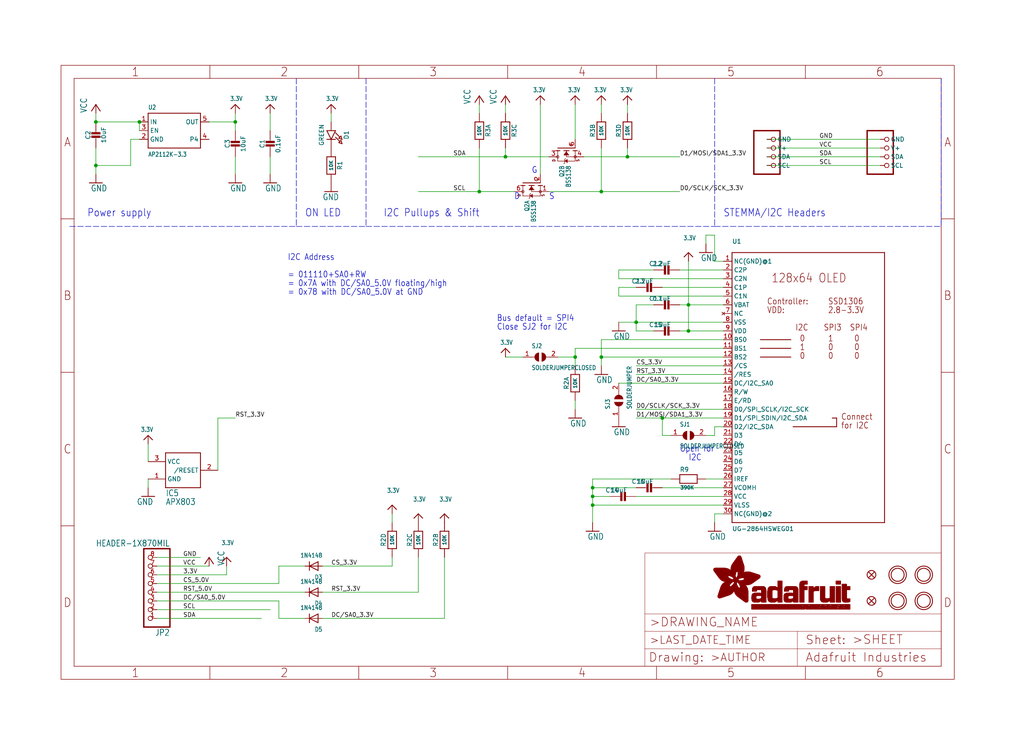
<source format=kicad_sch>
(kicad_sch (version 20211123) (generator eeschema)
  (paper "User" 298.45 217.881)
  (lib_symbols
    (symbol "adafruit-096-ssd1306-eagle-import:3.3V" (power)
      (property "Value" "3.3V" (at -1.524 1.016 0))
      (symbol "3.3V_1_0"
        (pin power_in line (at 0 -2.54 90) (length 2.54) (name "3.3V") (number "1"))
      )
    )
    (symbol "adafruit-096-ssd1306-eagle-import:AXP083-SAG"
      (property "Reference" "IC" (at -5.08 -7.62 0))
      (property "Value" "AXP083-SAG" (at -5.08 -10.16 0))
      (symbol "AXP083-SAG_1_0"
        (pin power_in line (at -10.16 -2.54 0) (length 5.08) (name "GND") (number "1"))
        (pin output line (at 10.16 0 180) (length 5.08) (name "/RESET") (number "2"))
        (pin power_in line (at -10.16 2.54 0) (length 5.08) (name "VCC") (number "3"))
      )
    )
    (symbol "adafruit-096-ssd1306-eagle-import:CAP_CERAMIC0603_NO"
      (property "Reference" "C" (at -2.29 1.25 90))
      (property "Value" "CAP_CERAMIC0603_NO" (at 2.3 1.25 90))
      (symbol "CAP_CERAMIC0603_NO_1_0"
        (pin passive line (at 0 5.08 270) (length 2.54) (name "1") (number "1"))
        (pin passive line (at 0 -2.54 90) (length 2.54) (name "2") (number "2"))
      )
    )
    (symbol "adafruit-096-ssd1306-eagle-import:CAP_CERAMIC0805-NOOUTLINE"
      (property "Reference" "C" (at -2.29 1.25 90))
      (property "Value" "CAP_CERAMIC0805-NOOUTLINE" (at 2.3 1.25 90))
      (symbol "CAP_CERAMIC0805-NOOUTLINE_1_0"
        (pin passive line (at 0 5.08 270) (length 2.54) (name "1") (number "1"))
        (pin passive line (at 0 -2.54 90) (length 2.54) (name "2") (number "2"))
      )
    )
    (symbol "adafruit-096-ssd1306-eagle-import:DIODESOD-323"
      (property "Reference" "D" (at 0 2.54 0))
      (property "Value" "DIODESOD-323" (at 0 -2.5 0))
      (symbol "DIODESOD-323_1_0"
        (pin passive line (at -2.54 0 0) (length 2.54) (name "A") (number "A"))
        (pin passive line (at 2.54 0 180) (length 2.54) (name "C") (number "C"))
      )
    )
    (symbol "adafruit-096-ssd1306-eagle-import:DISP_OLED_UG-2864HSWEG010.96{dblquote}"
      (property "Reference" "U" (at -22.86 40.64 0))
      (property "Value" "DISP_OLED_UG-2864HSWEG010.96{dblquote}" (at -22.86 -43.18 0))
      (symbol "DISP_OLED_UG-2864HSWEG010.96{dblquote}_1_0"
        (text "0" (at -3.175 6.985 0) (effects (font (size 1.778 1.5113)) (justify left bottom)))
        (text "0" (at -3.175 12.065 0) (effects (font (size 1.778 1.5113)) (justify left bottom)))
        (text "0" (at 5.08 6.985 0) (effects (font (size 1.778 1.5113)) (justify left bottom)))
        (text "0" (at 5.08 9.525 0) (effects (font (size 1.778 1.5113)) (justify left bottom)))
        (text "0" (at 12.7 6.985 0) (effects (font (size 1.778 1.5113)) (justify left bottom)))
        (text "0" (at 12.7 9.525 0) (effects (font (size 1.778 1.5113)) (justify left bottom)))
        (text "0" (at 12.7 12.065 0) (effects (font (size 1.778 1.5113)) (justify left bottom)))
        (text "1" (at -3.175 9.525 0) (effects (font (size 1.778 1.5113)) (justify left bottom)))
        (text "1" (at 5.08 12.065 0) (effects (font (size 1.778 1.5113)) (justify left bottom)))
        (text "128x64 OLED" (at -11.43 29.21 0) (effects (font (size 2.54 2.159)) (justify left bottom)))
        (text "2.8-3.3V" (at 5.08 20.32 0) (effects (font (size 1.778 1.5113)) (justify left bottom)))
        (text "Connect" (at 8.89 -10.795 0) (effects (font (size 1.778 1.5113)) (justify left bottom)))
        (text "Controller:" (at -12.7 22.86 0) (effects (font (size 1.778 1.5113)) (justify left bottom)))
        (text "for I2C" (at 8.89 -13.335 0) (effects (font (size 1.778 1.5113)) (justify left bottom)))
        (text "I2C" (at -4.445 15.24 0) (effects (font (size 1.778 1.5113)) (justify left bottom)))
        (text "SPI3" (at 3.81 15.24 0) (effects (font (size 1.778 1.5113)) (justify left bottom)))
        (text "SPI4" (at 11.43 15.24 0) (effects (font (size 1.778 1.5113)) (justify left bottom)))
        (text "SSD1306" (at 5.08 22.86 0) (effects (font (size 1.778 1.5113)) (justify left bottom)))
        (text "VDD:" (at -12.7 20.32 0) (effects (font (size 1.778 1.5113)) (justify left bottom)))
        (pin input line (at -25.4 35.56 0) (length 2.54) (name "NC(GND)@1") (number "1"))
        (pin input line (at -25.4 12.7 0) (length 2.54) (name "BS0") (number "10"))
        (pin input line (at -25.4 10.16 0) (length 2.54) (name "BS1") (number "11"))
        (pin input line (at -25.4 7.62 0) (length 2.54) (name "BS2") (number "12"))
        (pin input line (at -25.4 5.08 0) (length 2.54) (name "/CS") (number "13"))
        (pin input line (at -25.4 2.54 0) (length 2.54) (name "/RES") (number "14"))
        (pin input line (at -25.4 0 0) (length 2.54) (name "DC/I2C_SA0") (number "15"))
        (pin input line (at -25.4 -2.54 0) (length 2.54) (name "R/W") (number "16"))
        (pin input line (at -25.4 -5.08 0) (length 2.54) (name "E/RD") (number "17"))
        (pin bidirectional line (at -25.4 -7.62 0) (length 2.54) (name "D0/SPI_SCLK/I2C_SCK") (number "18"))
        (pin bidirectional line (at -25.4 -10.16 0) (length 2.54) (name "D1/SPI_SDIN/I2C_SDA") (number "19"))
        (pin input line (at -25.4 33.02 0) (length 2.54) (name "C2P") (number "2"))
        (pin bidirectional line (at -25.4 -12.7 0) (length 2.54) (name "D2/I2C_SDA") (number "20"))
        (pin bidirectional line (at -25.4 -15.24 0) (length 2.54) (name "D3") (number "21"))
        (pin bidirectional line (at -25.4 -17.78 0) (length 2.54) (name "D4") (number "22"))
        (pin bidirectional line (at -25.4 -20.32 0) (length 2.54) (name "D5") (number "23"))
        (pin bidirectional line (at -25.4 -22.86 0) (length 2.54) (name "D6") (number "24"))
        (pin bidirectional line (at -25.4 -25.4 0) (length 2.54) (name "D7") (number "25"))
        (pin input line (at -25.4 -27.94 0) (length 2.54) (name "IREF") (number "26"))
        (pin output line (at -25.4 -30.48 0) (length 2.54) (name "VCOMH") (number "27"))
        (pin power_in line (at -25.4 -33.02 0) (length 2.54) (name "VCC") (number "28"))
        (pin power_in line (at -25.4 -35.56 0) (length 2.54) (name "VLSS") (number "29"))
        (pin input line (at -25.4 30.48 0) (length 2.54) (name "C2N") (number "3"))
        (pin input line (at -25.4 -38.1 0) (length 2.54) (name "NC(GND)@2") (number "30"))
        (pin input line (at -25.4 27.94 0) (length 2.54) (name "C1P") (number "4"))
        (pin input line (at -25.4 25.4 0) (length 2.54) (name "C1N") (number "5"))
        (pin input line (at -25.4 22.86 0) (length 2.54) (name "VBAT") (number "6"))
        (pin no_connect line (at -25.4 20.32 0) (length 2.54) (name "NC") (number "7"))
        (pin power_in line (at -25.4 17.78 0) (length 2.54) (name "VSS") (number "8"))
        (pin power_in line (at -25.4 15.24 0) (length 2.54) (name "VDD") (number "9"))
      )
    )
    (symbol "adafruit-096-ssd1306-eagle-import:FIDUCIAL_1MM")
    (symbol "adafruit-096-ssd1306-eagle-import:FRAME_A4_ADAFRUIT"
      (symbol "FRAME_A4_ADAFRUIT_0_0"
        (text "1" (at 21.6958 1.905 0) (effects (font (size 2.54 2.286))))
        (text "1" (at 21.6958 177.165 0) (effects (font (size 2.54 2.286))))
        (text "2" (at 65.0875 1.905 0) (effects (font (size 2.54 2.286))))
        (text "2" (at 65.0875 177.165 0) (effects (font (size 2.54 2.286))))
        (text "3" (at 108.4792 1.905 0) (effects (font (size 2.54 2.286))))
        (text "3" (at 108.4792 177.165 0) (effects (font (size 2.54 2.286))))
        (text "4" (at 151.8708 1.905 0) (effects (font (size 2.54 2.286))))
        (text "4" (at 151.8708 177.165 0) (effects (font (size 2.54 2.286))))
        (text "5" (at 195.2625 1.905 0) (effects (font (size 2.54 2.286))))
        (text "5" (at 195.2625 177.165 0) (effects (font (size 2.54 2.286))))
        (text "6" (at 238.6542 1.905 0) (effects (font (size 2.54 2.286))))
        (text "6" (at 238.6542 177.165 0) (effects (font (size 2.54 2.286))))
        (text "A" (at 1.905 156.6863 0) (effects (font (size 2.54 2.286))))
        (text "A" (at 258.445 156.6863 0) (effects (font (size 2.54 2.286))))
        (text "B" (at 1.905 111.9188 0) (effects (font (size 2.54 2.286))))
        (text "B" (at 258.445 111.9188 0) (effects (font (size 2.54 2.286))))
        (text "C" (at 1.905 67.1513 0) (effects (font (size 2.54 2.286))))
        (text "C" (at 258.445 67.1513 0) (effects (font (size 2.54 2.286))))
        (text "D" (at 1.905 22.3838 0) (effects (font (size 2.54 2.286))))
        (text "D" (at 258.445 22.3838 0) (effects (font (size 2.54 2.286))))
      )
      (symbol "FRAME_A4_ADAFRUIT_1_0"
        (text ">AUTHOR" (at 189.23 5.08 0) (effects (font (size 2.286 2.286)) (justify left bottom)))
        (text ">DRAWING_NAME" (at 171.45 15.24 0) (effects (font (size 2.54 2.54)) (justify left bottom)))
        (text ">LAST_DATE_TIME" (at 171.45 10.16 0) (effects (font (size 2.286 2.286)) (justify left bottom)))
        (text ">SHEET" (at 230.505 10.16 0) (effects (font (size 2.54 2.54)) (justify left bottom)))
        (text "Adafruit Industries" (at 216.916 4.953 0) (effects (font (size 2.54 2.54)) (justify left bottom)))
        (text "Drawing:" (at 171.196 4.953 0) (effects (font (size 2.54 2.54)) (justify left bottom)))
        (text "Sheet:" (at 216.916 10.033 0) (effects (font (size 2.54 2.54)) (justify left bottom)))
      )
    )
    (symbol "adafruit-096-ssd1306-eagle-import:GND" (power)
      (property "Value" "GND" (at -2.54 -2.54 0))
      (symbol "GND_1_0"
        (pin power_in line (at 0 2.54 270) (length 2.54) (name "GND") (number "1"))
      )
    )
    (symbol "adafruit-096-ssd1306-eagle-import:HEADER-1X870MIL"
      (property "Reference" "JP" (at -6.35 13.335 0))
      (property "Value" "HEADER-1X870MIL" (at -6.35 -12.7 0))
      (symbol "HEADER-1X870MIL_1_0"
        (pin passive inverted (at -2.54 10.16 0) (length 2.54) (name "1") (number "1"))
        (pin passive inverted (at -2.54 7.62 0) (length 2.54) (name "2") (number "2"))
        (pin passive inverted (at -2.54 5.08 0) (length 2.54) (name "3") (number "3"))
        (pin passive inverted (at -2.54 2.54 0) (length 2.54) (name "4") (number "4"))
        (pin passive inverted (at -2.54 0 0) (length 2.54) (name "5") (number "5"))
        (pin passive inverted (at -2.54 -2.54 0) (length 2.54) (name "6") (number "6"))
        (pin passive inverted (at -2.54 -5.08 0) (length 2.54) (name "7") (number "7"))
        (pin passive inverted (at -2.54 -7.62 0) (length 2.54) (name "8") (number "8"))
      )
    )
    (symbol "adafruit-096-ssd1306-eagle-import:LED0603_NOOUTLINE"
      (property "Reference" "D" (at -1.27 4.445 0))
      (property "Value" "LED0603_NOOUTLINE" (at -1.27 -2.794 0))
      (symbol "LED0603_NOOUTLINE_1_0"
        (pin passive line (at -5.08 0 0) (length 2.54) (name "A") (number "A"))
        (pin passive line (at 2.54 0 180) (length 2.54) (name "C") (number "C"))
      )
    )
    (symbol "adafruit-096-ssd1306-eagle-import:MOSFET-N_DUAL"
      (property "Reference" "Q" (at 5.08 0.635 0))
      (property "Value" "MOSFET-N_DUAL" (at 5.08 -1.27 0))
      (symbol "MOSFET-N_DUAL_1_0"
        (text "D" (at 3.175 3.175 0) (effects (font (size 0.8128 0.6908)) (justify left bottom)))
        (text "G" (at -1.27 -1.905 0) (effects (font (size 0.8128 0.6908)) (justify left bottom)))
        (text "S" (at 3.175 -3.81 0) (effects (font (size 0.8128 0.6908)) (justify left bottom)))
        (pin bidirectional line (at 2.54 -5.08 90) (length 2.54) (name "S") (number "1"))
        (pin bidirectional line (at -2.54 -2.54 0) (length 2.54) (name "G") (number "2"))
        (pin bidirectional line (at 2.54 5.08 270) (length 2.54) (name "D") (number "6"))
      )
      (symbol "MOSFET-N_DUAL_2_0"
        (text "D" (at 3.175 3.175 0) (effects (font (size 0.8128 0.6908)) (justify left bottom)))
        (text "G" (at -1.27 -1.905 0) (effects (font (size 0.8128 0.6908)) (justify left bottom)))
        (text "S" (at 3.175 -3.81 0) (effects (font (size 0.8128 0.6908)) (justify left bottom)))
        (pin bidirectional line (at 2.54 5.08 270) (length 2.54) (name "D") (number "3"))
        (pin bidirectional line (at 2.54 -5.08 90) (length 2.54) (name "S") (number "4"))
        (pin bidirectional line (at -2.54 -2.54 0) (length 2.54) (name "G") (number "5"))
      )
    )
    (symbol "adafruit-096-ssd1306-eagle-import:MOUNTINGHOLE2.5")
    (symbol "adafruit-096-ssd1306-eagle-import:RESISTOR_0603_NOOUT"
      (property "Reference" "R" (at 0 2.54 0))
      (property "Value" "RESISTOR_0603_NOOUT" (at 0 0 0))
      (symbol "RESISTOR_0603_NOOUT_1_0"
        (pin passive line (at -5.08 0 0) (length 2.54) (name "1") (number "1"))
        (pin passive line (at 5.08 0 180) (length 2.54) (name "2") (number "2"))
      )
    )
    (symbol "adafruit-096-ssd1306-eagle-import:RESISTOR_4PACK"
      (property "Reference" "R" (at 0 2.54 0))
      (property "Value" "RESISTOR_4PACK" (at 0 0 0))
      (symbol "RESISTOR_4PACK_1_0"
        (pin passive line (at -5.08 0 0) (length 2.54) (name "1") (number "1"))
        (pin passive line (at 5.08 0 180) (length 2.54) (name "2") (number "8"))
      )
      (symbol "RESISTOR_4PACK_2_0"
        (pin passive line (at -5.08 0 0) (length 2.54) (name "1") (number "2"))
        (pin passive line (at 5.08 0 180) (length 2.54) (name "2") (number "7"))
      )
      (symbol "RESISTOR_4PACK_3_0"
        (pin passive line (at -5.08 0 0) (length 2.54) (name "1") (number "3"))
        (pin passive line (at 5.08 0 180) (length 2.54) (name "2") (number "6"))
      )
      (symbol "RESISTOR_4PACK_4_0"
        (pin passive line (at -5.08 0 0) (length 2.54) (name "1") (number "4"))
        (pin passive line (at 5.08 0 180) (length 2.54) (name "2") (number "5"))
      )
    )
    (symbol "adafruit-096-ssd1306-eagle-import:SOLDERJUMPER"
      (property "Reference" "SJ" (at -2.54 2.54 0))
      (property "Value" "SOLDERJUMPER" (at -2.54 -3.81 0))
      (symbol "SOLDERJUMPER_1_0"
        (pin passive line (at -5.08 0 0) (length 2.54) (name "1") (number "1"))
        (pin passive line (at 5.08 0 180) (length 2.54) (name "2") (number "2"))
      )
    )
    (symbol "adafruit-096-ssd1306-eagle-import:SOLDERJUMPERCLOSED"
      (property "Reference" "SJ" (at -2.54 2.54 0))
      (property "Value" "SOLDERJUMPERCLOSED" (at -2.54 -3.81 0))
      (symbol "SOLDERJUMPERCLOSED_1_0"
        (pin passive line (at -5.08 0 0) (length 2.54) (name "1") (number "1"))
        (pin passive line (at 5.08 0 180) (length 2.54) (name "2") (number "2"))
      )
    )
    (symbol "adafruit-096-ssd1306-eagle-import:STEMMA_I2C_QT"
      (symbol "STEMMA_I2C_QT_1_0"
        (pin passive inverted (at 0 5.08 0) (length 2.54) (name "GND") (number "1"))
        (pin passive inverted (at 0 2.54 0) (length 2.54) (name "V+") (number "2"))
        (pin passive inverted (at 0 0 0) (length 2.54) (name "SDA") (number "3"))
        (pin passive inverted (at 0 -2.54 0) (length 2.54) (name "SCL") (number "4"))
      )
      (symbol "STEMMA_I2C_QT_2_0"
        (pin bidirectional line (at 0 0 0) (length 5.08) (name "MT") (number "MT1"))
      )
      (symbol "STEMMA_I2C_QT_3_0"
        (pin bidirectional line (at 0 0 0) (length 5.08) (name "MT") (number "MT2"))
      )
    )
    (symbol "adafruit-096-ssd1306-eagle-import:VCC" (power)
      (property "Value" "VCC" (at -2.54 -2.54 90))
      (symbol "VCC_1_0"
        (pin power_in line (at 0 -2.54 90) (length 2.54) (name "VCC") (number "1"))
      )
    )
    (symbol "adafruit-096-ssd1306-eagle-import:VREG_SOT23-5"
      (property "Reference" "U" (at -7.62 6.096 0))
      (property "Value" "VREG_SOT23-5" (at -7.62 -7.62 0))
      (symbol "VREG_SOT23-5_1_0"
        (pin power_in line (at -10.16 2.54 0) (length 2.54) (name "IN") (number "1"))
        (pin power_in line (at -10.16 -2.54 0) (length 2.54) (name "GND") (number "2"))
        (pin input line (at -10.16 0 0) (length 2.54) (name "EN") (number "3"))
        (pin bidirectional line (at 10.16 -2.54 180) (length 2.54) (name "P4") (number "4"))
        (pin power_in line (at 10.16 2.54 180) (length 2.54) (name "OUT") (number "5"))
      )
    )
  )
  (junction (at 167.64 104.14))
  (junction (at 68.58 35.56))
  (junction (at 172.72 144.78))
  (junction (at 200.66 96.52))
  (junction (at 27.94 48.26))
  (junction (at 172.72 142.24))
  (junction (at 175.26 104.14))
  (junction (at 139.7 55.88))
  (junction (at 175.26 55.88))
  (junction (at 147.32 45.72))
  (junction (at 193.04 121.92))
  (junction (at 182.88 45.72))
  (junction (at 172.72 147.32))
  (junction (at 200.66 88.9))
  (junction (at 40.64 35.56))
  (junction (at 185.42 93.98))
  (junction (at 27.94 35.56))
  (wire (pts (xy 208.28 149.86) (xy 208.28 152.4)))
  (wire (pts (xy 81.28 175.26) (xy 81.28 180.34)))
  (wire (pts (xy 223.52 48.26) (xy 256.54 48.26)))
  (wire (pts (xy 147.32 33.02) (xy 147.32 30.48)))
  (polyline (pts (xy 208.28 22.86) (xy 208.28 66.04)))
  (polyline (pts (xy 20.32 66.04) (xy 86.36 66.04)))
  (wire (pts (xy 157.48 50.8) (xy 157.48 30.48)))
  (wire (pts (xy 180.34 78.74) (xy 180.34 81.28)))
  (wire (pts (xy 40.64 40.64) (xy 38.1 40.64)))
  (wire (pts (xy 210.82 142.24) (xy 193.04 142.24)))
  (wire (pts (xy 45.72 177.8) (xy 78.74 177.8)))
  (wire (pts (xy 210.82 109.22) (xy 185.42 109.22)))
  (wire (pts (xy 167.64 104.14) (xy 167.64 106.68)))
  (wire (pts (xy 210.82 147.32) (xy 172.72 147.32)))
  (wire (pts (xy 172.72 142.24) (xy 172.72 139.7)))
  (wire (pts (xy 160.02 55.88) (xy 175.26 55.88)))
  (wire (pts (xy 147.32 43.18) (xy 147.32 45.72)))
  (wire (pts (xy 167.64 101.6) (xy 210.82 101.6)))
  (wire (pts (xy 63.5 121.92) (xy 68.58 121.92)))
  (wire (pts (xy 190.5 96.52) (xy 185.42 96.52)))
  (wire (pts (xy 210.82 83.82) (xy 193.04 83.82)))
  (wire (pts (xy 38.1 48.26) (xy 27.94 48.26)))
  (wire (pts (xy 45.72 170.18) (xy 81.28 170.18)))
  (wire (pts (xy 180.34 83.82) (xy 180.34 86.36)))
  (wire (pts (xy 200.66 96.52) (xy 198.12 96.52)))
  (wire (pts (xy 210.82 78.74) (xy 198.12 78.74)))
  (wire (pts (xy 129.54 180.34) (xy 129.54 162.56)))
  (wire (pts (xy 193.04 127) (xy 193.04 121.92)))
  (wire (pts (xy 114.3 149.86) (xy 114.3 152.4)))
  (wire (pts (xy 172.72 144.78) (xy 172.72 142.24)))
  (wire (pts (xy 45.72 165.1) (xy 60.96 165.1)))
  (wire (pts (xy 40.64 35.56) (xy 27.94 35.56)))
  (wire (pts (xy 210.82 121.92) (xy 193.04 121.92)))
  (wire (pts (xy 185.42 142.24) (xy 172.72 142.24)))
  (wire (pts (xy 210.82 88.9) (xy 200.66 88.9)))
  (wire (pts (xy 147.32 45.72) (xy 121.92 45.72)))
  (wire (pts (xy 175.26 33.02) (xy 175.26 30.48)))
  (wire (pts (xy 68.58 35.56) (xy 68.58 38.1)))
  (wire (pts (xy 167.64 40.64) (xy 167.64 30.48)))
  (wire (pts (xy 210.82 111.76) (xy 180.34 111.76)))
  (wire (pts (xy 172.72 139.7) (xy 195.58 139.7)))
  (wire (pts (xy 162.56 104.14) (xy 167.64 104.14)))
  (wire (pts (xy 208.28 76.2) (xy 208.28 68.58)))
  (wire (pts (xy 256.54 40.64) (xy 223.52 40.64)))
  (wire (pts (xy 43.18 134.62) (xy 43.18 129.54)))
  (wire (pts (xy 185.42 88.9) (xy 185.42 93.98)))
  (wire (pts (xy 190.5 88.9) (xy 185.42 88.9)))
  (wire (pts (xy 27.94 48.26) (xy 27.94 50.8)))
  (wire (pts (xy 78.74 45.72) (xy 78.74 50.8)))
  (wire (pts (xy 177.8 144.78) (xy 172.72 144.78)))
  (wire (pts (xy 210.82 119.38) (xy 185.42 119.38)))
  (wire (pts (xy 180.34 86.36) (xy 210.82 86.36)))
  (wire (pts (xy 210.82 144.78) (xy 185.42 144.78)))
  (wire (pts (xy 93.98 165.1) (xy 114.3 165.1)))
  (wire (pts (xy 68.58 35.56) (xy 68.58 33.02)))
  (wire (pts (xy 182.88 33.02) (xy 182.88 30.48)))
  (wire (pts (xy 45.72 172.72) (xy 88.9 172.72)))
  (wire (pts (xy 81.28 170.18) (xy 81.28 165.1)))
  (wire (pts (xy 93.98 180.34) (xy 129.54 180.34)))
  (wire (pts (xy 210.82 124.46) (xy 208.28 124.46)))
  (wire (pts (xy 210.82 99.06) (xy 175.26 99.06)))
  (wire (pts (xy 175.26 43.18) (xy 175.26 55.88)))
  (wire (pts (xy 81.28 180.34) (xy 88.9 180.34)))
  (wire (pts (xy 200.66 76.2) (xy 200.66 88.9)))
  (wire (pts (xy 68.58 45.72) (xy 68.58 50.8)))
  (polyline (pts (xy 274.32 22.86) (xy 274.32 66.04)))
  (wire (pts (xy 175.26 55.88) (xy 198.12 55.88)))
  (wire (pts (xy 81.28 165.1) (xy 88.9 165.1)))
  (wire (pts (xy 40.64 38.1) (xy 40.64 35.56)))
  (wire (pts (xy 205.74 68.58) (xy 205.74 71.12)))
  (polyline (pts (xy 208.28 66.04) (xy 274.32 66.04)))
  (wire (pts (xy 45.72 162.56) (xy 58.42 162.56)))
  (wire (pts (xy 172.72 147.32) (xy 172.72 152.4)))
  (wire (pts (xy 210.82 106.68) (xy 185.42 106.68)))
  (wire (pts (xy 185.42 93.98) (xy 180.34 93.98)))
  (wire (pts (xy 139.7 55.88) (xy 121.92 55.88)))
  (wire (pts (xy 139.7 43.18) (xy 139.7 55.88)))
  (wire (pts (xy 210.82 139.7) (xy 205.74 139.7)))
  (wire (pts (xy 256.54 45.72) (xy 223.52 45.72)))
  (wire (pts (xy 60.96 35.56) (xy 68.58 35.56)))
  (wire (pts (xy 208.28 124.46) (xy 208.28 127)))
  (polyline (pts (xy 86.36 22.86) (xy 86.36 66.04)))
  (wire (pts (xy 208.28 68.58) (xy 205.74 68.58)))
  (wire (pts (xy 96.52 35.56) (xy 96.52 33.02)))
  (wire (pts (xy 167.64 119.38) (xy 167.64 116.84)))
  (wire (pts (xy 45.72 167.64) (xy 66.04 167.64)))
  (wire (pts (xy 175.26 104.14) (xy 175.26 106.68)))
  (wire (pts (xy 210.82 104.14) (xy 175.26 104.14)))
  (wire (pts (xy 182.88 43.18) (xy 182.88 45.72)))
  (wire (pts (xy 45.72 180.34) (xy 76.2 180.34)))
  (wire (pts (xy 200.66 88.9) (xy 198.12 88.9)))
  (wire (pts (xy 193.04 121.92) (xy 185.42 121.92)))
  (wire (pts (xy 38.1 40.64) (xy 38.1 48.26)))
  (wire (pts (xy 210.82 96.52) (xy 200.66 96.52)))
  (wire (pts (xy 190.5 78.74) (xy 180.34 78.74)))
  (wire (pts (xy 114.3 165.1) (xy 114.3 162.56)))
  (wire (pts (xy 93.98 172.72) (xy 121.92 172.72)))
  (polyline (pts (xy 106.68 66.04) (xy 208.28 66.04)))
  (wire (pts (xy 210.82 93.98) (xy 185.42 93.98)))
  (wire (pts (xy 182.88 45.72) (xy 198.12 45.72)))
  (wire (pts (xy 66.04 167.64) (xy 66.04 165.1)))
  (wire (pts (xy 63.5 137.16) (xy 63.5 121.92)))
  (wire (pts (xy 208.28 127) (xy 205.74 127)))
  (wire (pts (xy 170.18 45.72) (xy 182.88 45.72)))
  (wire (pts (xy 139.7 30.48) (xy 139.7 33.02)))
  (wire (pts (xy 121.92 172.72) (xy 121.92 162.56)))
  (wire (pts (xy 180.34 81.28) (xy 210.82 81.28)))
  (wire (pts (xy 210.82 76.2) (xy 208.28 76.2)))
  (wire (pts (xy 167.64 101.6) (xy 167.64 104.14)))
  (wire (pts (xy 185.42 83.82) (xy 180.34 83.82)))
  (wire (pts (xy 43.18 139.7) (xy 43.18 142.24)))
  (wire (pts (xy 172.72 147.32) (xy 172.72 144.78)))
  (wire (pts (xy 27.94 33.02) (xy 27.94 35.56)))
  (wire (pts (xy 160.02 45.72) (xy 147.32 45.72)))
  (wire (pts (xy 149.86 55.88) (xy 139.7 55.88)))
  (wire (pts (xy 27.94 48.26) (xy 27.94 43.18)))
  (wire (pts (xy 45.72 175.26) (xy 81.28 175.26)))
  (wire (pts (xy 210.82 149.86) (xy 208.28 149.86)))
  (wire (pts (xy 200.66 88.9) (xy 200.66 96.52)))
  (wire (pts (xy 195.58 127) (xy 193.04 127)))
  (wire (pts (xy 78.74 33.02) (xy 78.74 38.1)))
  (wire (pts (xy 223.52 43.18) (xy 256.54 43.18)))
  (wire (pts (xy 175.26 99.06) (xy 175.26 104.14)))
  (wire (pts (xy 152.4 104.14) (xy 147.32 104.14)))
  (polyline (pts (xy 86.36 66.04) (xy 106.68 66.04)))
  (wire (pts (xy 185.42 96.52) (xy 185.42 93.98)))
  (polyline (pts (xy 106.68 22.86) (xy 106.68 66.04)))
  (text "Power supply" (at 25.4 63.5 180) (effects (font (size 2.1844 1.8567)) (justify left bottom)))
  (text "Open for" (at 198.12 132.08 180) (effects (font (size 1.778 1.5113)) (justify left bottom)))
  (text "ON LED" (at 88.9 63.5 180) (effects (font (size 2.1844 1.8567)) (justify left bottom)))
  (text "= 011110+SA0+RW" (at 83.82 81.28 180) (effects (font (size 1.778 1.5113)) (justify left bottom)))
  (text "D" (at 149.86 58.42 180) (effects (font (size 1.778 1.5113)) (justify left bottom)))
  (text "= 0x78 with DC/SA0_5.0V at GND" (at 83.82 86.36 180) (effects (font (size 1.778 1.5113)) (justify left bottom)))
  (text "S" (at 160.02 58.42 180) (effects (font (size 1.778 1.5113)) (justify left bottom)))
  (text "Bus default = SPI4" (at 144.78 93.98 180) (effects (font (size 1.778 1.5113)) (justify left bottom)))
  (text "G" (at 154.94 50.8 180) (effects (font (size 1.778 1.5113)) (justify left bottom)))
  (text "STEMMA/I2C Headers" (at 210.82 63.5 180) (effects (font (size 2.1844 1.8567)) (justify left bottom)))
  (text "I2C Address" (at 83.82 76.2 180) (effects (font (size 1.778 1.5113)) (justify left bottom)))
  (text "= 0x7A with DC/SA0_5.0V floating/high" (at 83.82 83.82 180) (effects (font (size 1.778 1.5113)) (justify left bottom)))
  (text "Close SJ2 for I2C" (at 144.78 96.52 180) (effects (font (size 1.778 1.5113)) (justify left bottom)))
  (text "I2C Pullups & Shift" (at 111.76 63.5 180) (effects (font (size 2.1844 1.8567)) (justify left bottom)))
  (text "I2C" (at 200.66 134.62 180) (effects (font (size 1.778 1.5113)) (justify left bottom)))
  (label "VCC" (at 238.76 43.18 0) (effects (font (size 1.2446 1.2446))))
  (label "D0/SCLK/SCK_3.3V" (at 185.42 119.38 0) (effects (font (size 1.2446 1.2446))))
  (label "CS_3.3V" (at 96.52 165.1 0) (effects (font (size 1.2446 1.2446))))
  (label "RST_3.3V" (at 185.42 109.22 0) (effects (font (size 1.2446 1.2446))))
  (label "D0/SCLK/SCK_3.3V" (at 198.12 55.88 0) (effects (font (size 1.2446 1.2446))))
  (label "RST_3.3V" (at 68.58 121.92 0) (effects (font (size 1.2446 1.2446))))
  (label "CS_5.0V" (at 53.34 170.18 0) (effects (font (size 1.2446 1.2446))))
  (label "RST_5.0V" (at 53.34 172.72 0) (effects (font (size 1.2446 1.2446))))
  (label "DC/SA0_3.3V" (at 185.42 111.76 0) (effects (font (size 1.2446 1.2446))))
  (label "3.3V" (at 53.34 167.64 0) (effects (font (size 1.2446 1.2446))))
  (label "D1/MOSI/SDA1_3.3V" (at 185.42 121.92 0) (effects (font (size 1.2446 1.2446))))
  (label "RST_3.3V" (at 96.52 172.72 0) (effects (font (size 1.2446 1.2446))))
  (label "SCL" (at 238.76 48.26 0) (effects (font (size 1.2446 1.2446))))
  (label "SCL" (at 132.08 55.88 0) (effects (font (size 1.2446 1.2446))))
  (label "SDA" (at 53.34 180.34 0) (effects (font (size 1.2446 1.2446))))
  (label "GND" (at 53.34 162.56 0) (effects (font (size 1.2446 1.2446))))
  (label "SDA" (at 132.08 45.72 0) (effects (font (size 1.2446 1.2446))))
  (label "CS_3.3V" (at 185.42 106.68 0) (effects (font (size 1.2446 1.2446))))
  (label "D1/MOSI/SDA1_3.3V" (at 198.12 45.72 0) (effects (font (size 1.2446 1.2446))))
  (label "VCC" (at 53.34 165.1 0) (effects (font (size 1.2446 1.2446))))
  (label "GND" (at 238.76 40.64 0) (effects (font (size 1.2446 1.2446))))
  (label "SCL" (at 53.34 177.8 0) (effects (font (size 1.2446 1.2446))))
  (label "DC/SA0_3.3V" (at 96.52 180.34 0) (effects (font (size 1.2446 1.2446))))
  (label "DC/SA0_5.0V" (at 53.34 175.26 0) (effects (font (size 1.2446 1.2446))))
  (label "SDA" (at 238.76 45.72 0) (effects (font (size 1.2446 1.2446))))
  (symbol (lib_id "adafruit-096-ssd1306-eagle-import:DIODESOD-323") (at 91.44 165.1 180) (unit 1)
    (property "Reference" "D3" (at 93.98 167.64 0) (effects (font (size 1.27 1.0795)) (justify left bottom)))
    (property "Value" "1N4148" (at 93.98 161.29 0) (effects (font (size 1.27 1.0795)) (justify left bottom)))
    (property "Footprint" "adafruit-096-ssd1306:SOD-323" (effects hide))
  )
  (symbol (lib_id "adafruit-096-ssd1306-eagle-import:MOUNTINGHOLE2.5") (at 269.24 167.64 0) (unit 1)
    (property "Reference" "U$19" (effects hide))
    (property "Value" "MOUNTINGHOLE2.5" (effects hide))
    (property "Footprint" "adafruit-096-ssd1306:MOUNTINGHOLE_2.5_PLATED" (effects hide))
  )
  (symbol (lib_id "adafruit-096-ssd1306-eagle-import:3.3V") (at 147.32 101.6 0) (unit 1)
    (property "Reference" "#U$30" (effects hide))
    (property "Value" "3.3V" (at 145.796 100.584 0) (effects (font (size 1.27 1.0795)) (justify left bottom)))
    (property "Footprint" "adafruit-096-ssd1306:" (effects hide))
  )
  (symbol (lib_id "adafruit-096-ssd1306-eagle-import:GND") (at 68.58 53.34 0) (unit 1)
    (property "Reference" "#U$5" (effects hide))
    (property "Value" "GND" (at 67.056 55.88 0) (effects (font (size 1.778 1.5113)) (justify left bottom)))
    (property "Footprint" "adafruit-096-ssd1306:" (effects hide))
  )
  (symbol (lib_id "adafruit-096-ssd1306-eagle-import:3.3V") (at 175.26 27.94 0) (mirror y) (unit 1)
    (property "Reference" "#U$24" (effects hide))
    (property "Value" "3.3V" (at 176.784 26.924 0) (effects (font (size 1.27 1.0795)) (justify left bottom)))
    (property "Footprint" "adafruit-096-ssd1306:" (effects hide))
  )
  (symbol (lib_id "adafruit-096-ssd1306-eagle-import:HEADER-1X870MIL") (at 43.18 170.18 180) (unit 1)
    (property "Reference" "JP2" (at 49.53 183.515 0) (effects (font (size 1.778 1.5113)) (justify left bottom)))
    (property "Value" "HEADER-1X870MIL" (at 49.53 157.48 0) (effects (font (size 1.778 1.5113)) (justify left bottom)))
    (property "Footprint" "adafruit-096-ssd1306:1X08_ROUND_70" (effects hide))
  )
  (symbol (lib_id "adafruit-096-ssd1306-eagle-import:CAP_CERAMIC0603_NO") (at 195.58 88.9 90) (unit 1)
    (property "Reference" "C17" (at 193.04 86.36 90) (effects (justify left bottom)))
    (property "Value" "0.1uF" (at 195.58 86.36 90) (effects (justify left bottom)))
    (property "Footprint" "adafruit-096-ssd1306:0603-NO" (effects hide))
  )
  (symbol (lib_id "adafruit-096-ssd1306-eagle-import:GND") (at 180.34 96.52 0) (unit 1)
    (property "Reference" "#U$44" (effects hide))
    (property "Value" "GND" (at 178.816 99.06 0) (effects (font (size 1.778 1.5113)) (justify left bottom)))
    (property "Footprint" "adafruit-096-ssd1306:" (effects hide))
  )
  (symbol (lib_id "adafruit-096-ssd1306-eagle-import:3.3V") (at 68.58 30.48 0) (unit 1)
    (property "Reference" "#U$15" (effects hide))
    (property "Value" "3.3V" (at 67.056 29.464 0) (effects (font (size 1.27 1.0795)) (justify left bottom)))
    (property "Footprint" "adafruit-096-ssd1306:" (effects hide))
  )
  (symbol (lib_id "adafruit-096-ssd1306-eagle-import:GND") (at 172.72 154.94 0) (unit 1)
    (property "Reference" "#U$45" (effects hide))
    (property "Value" "GND" (at 171.196 157.48 0) (effects (font (size 1.778 1.5113)) (justify left bottom)))
    (property "Footprint" "adafruit-096-ssd1306:" (effects hide))
  )
  (symbol (lib_id "adafruit-096-ssd1306-eagle-import:FIDUCIAL_1MM") (at 254 175.26 0) (unit 1)
    (property "Reference" "FID3" (effects hide))
    (property "Value" "FIDUCIAL_1MM" (effects hide))
    (property "Footprint" "adafruit-096-ssd1306:FIDUCIAL_1MM" (effects hide))
  )
  (symbol (lib_id "adafruit-096-ssd1306-eagle-import:3.3V") (at 66.04 162.56 0) (unit 1)
    (property "Reference" "#U$36" (effects hide))
    (property "Value" "3.3V" (at 64.516 159.004 0) (effects (font (size 1.27 1.0795)) (justify left bottom)))
    (property "Footprint" "adafruit-096-ssd1306:" (effects hide))
  )
  (symbol (lib_id "adafruit-096-ssd1306-eagle-import:3.3V") (at 182.88 27.94 0) (mirror y) (unit 1)
    (property "Reference" "#U$7" (effects hide))
    (property "Value" "3.3V" (at 184.404 26.924 0) (effects (font (size 1.27 1.0795)) (justify left bottom)))
    (property "Footprint" "adafruit-096-ssd1306:" (effects hide))
  )
  (symbol (lib_id "adafruit-096-ssd1306-eagle-import:CAP_CERAMIC0805-NOOUTLINE") (at 182.88 144.78 90) (unit 1)
    (property "Reference" "C14" (at 180.34 142.24 90) (effects (justify left bottom)))
    (property "Value" "10uF" (at 182.88 142.24 90) (effects (justify left bottom)))
    (property "Footprint" "adafruit-096-ssd1306:0805-NO" (effects hide))
  )
  (symbol (lib_id "adafruit-096-ssd1306-eagle-import:CAP_CERAMIC0805-NOOUTLINE") (at 68.58 43.18 0) (unit 1)
    (property "Reference" "C3" (at 66.29 41.93 90))
    (property "Value" "10uF" (at 70.88 41.93 90))
    (property "Footprint" "adafruit-096-ssd1306:0805-NO" (effects hide))
  )
  (symbol (lib_id "adafruit-096-ssd1306-eagle-import:VCC") (at 139.7 27.94 0) (unit 1)
    (property "Reference" "#P+1" (effects hide))
    (property "Value" "VCC" (at 137.16 30.48 90) (effects (font (size 1.778 1.5113)) (justify left bottom)))
    (property "Footprint" "adafruit-096-ssd1306:" (effects hide))
  )
  (symbol (lib_id "adafruit-096-ssd1306-eagle-import:VCC") (at 27.94 30.48 0) (unit 1)
    (property "Reference" "#P+3" (effects hide))
    (property "Value" "VCC" (at 25.4 33.02 90) (effects (font (size 1.778 1.5113)) (justify left bottom)))
    (property "Footprint" "adafruit-096-ssd1306:" (effects hide))
  )
  (symbol (lib_id "adafruit-096-ssd1306-eagle-import:SOLDERJUMPERCLOSED") (at 157.48 104.14 0) (unit 1)
    (property "Reference" "SJ2" (at 154.94 101.6 0) (effects (font (size 1.27 1.0795)) (justify left bottom)))
    (property "Value" "SOLDERJUMPERCLOSED" (at 154.94 107.95 0) (effects (font (size 1.27 1.0795)) (justify left bottom)))
    (property "Footprint" "adafruit-096-ssd1306:SOLDERJUMPER_CLOSEDWIRE" (effects hide))
  )
  (symbol (lib_id "adafruit-096-ssd1306-eagle-import:MOUNTINGHOLE2.5") (at 261.62 175.26 0) (unit 1)
    (property "Reference" "U$1" (effects hide))
    (property "Value" "MOUNTINGHOLE2.5" (effects hide))
    (property "Footprint" "adafruit-096-ssd1306:MOUNTINGHOLE_2.5_PLATED" (effects hide))
  )
  (symbol (lib_id "adafruit-096-ssd1306-eagle-import:RESISTOR_4PACK") (at 139.7 38.1 270) (unit 1)
    (property "Reference" "R3" (at 142.24 38.1 0))
    (property "Value" "10K" (at 139.7 38.1 0) (effects (font (size 1.016 1.016) bold)))
    (property "Footprint" "adafruit-096-ssd1306:RESPACK_4X0603" (effects hide))
  )
  (symbol (lib_id "adafruit-096-ssd1306-eagle-import:GND") (at 43.18 144.78 0) (mirror y) (unit 1)
    (property "Reference" "#U$2" (effects hide))
    (property "Value" "GND" (at 44.704 147.32 0) (effects (font (size 1.778 1.5113)) (justify left bottom)))
    (property "Footprint" "adafruit-096-ssd1306:" (effects hide))
  )
  (symbol (lib_id "adafruit-096-ssd1306-eagle-import:3.3V") (at 129.54 149.86 0) (unit 1)
    (property "Reference" "#U$39" (effects hide))
    (property "Value" "3.3V" (at 128.016 146.304 0) (effects (font (size 1.27 1.0795)) (justify left bottom)))
    (property "Footprint" "adafruit-096-ssd1306:" (effects hide))
  )
  (symbol (lib_id "adafruit-096-ssd1306-eagle-import:RESISTOR_4PACK") (at 167.64 111.76 90) (unit 1)
    (property "Reference" "R2" (at 165.1 111.76 0))
    (property "Value" "10K" (at 167.64 111.76 0) (effects (font (size 1.016 1.016) bold)))
    (property "Footprint" "adafruit-096-ssd1306:RESPACK_4X0603" (effects hide))
  )
  (symbol (lib_id "adafruit-096-ssd1306-eagle-import:GND") (at 167.64 121.92 0) (unit 1)
    (property "Reference" "#U$27" (effects hide))
    (property "Value" "GND" (at 166.116 124.46 0) (effects (font (size 1.778 1.5113)) (justify left bottom)))
    (property "Footprint" "adafruit-096-ssd1306:" (effects hide))
  )
  (symbol (lib_id "adafruit-096-ssd1306-eagle-import:MOSFET-N_DUAL") (at 165.1 43.18 90) (mirror x) (unit 2)
    (property "Reference" "Q2" (at 164.465 48.26 0) (effects (font (size 1.27 1.0795)) (justify left bottom)))
    (property "Value" "BSS138" (at 166.37 48.26 0) (effects (font (size 1.27 1.0795)) (justify left bottom)))
    (property "Footprint" "adafruit-096-ssd1306:SOT363" (effects hide))
  )
  (symbol (lib_id "adafruit-096-ssd1306-eagle-import:LED0603_NOOUTLINE") (at 96.52 40.64 270) (unit 1)
    (property "Reference" "D1" (at 100.965 39.37 0))
    (property "Value" "GREEN" (at 93.726 39.37 0))
    (property "Footprint" "adafruit-096-ssd1306:CHIPLED_0603_NOOUTLINE" (effects hide))
  )
  (symbol (lib_id "adafruit-096-ssd1306-eagle-import:CAP_CERAMIC0805-NOOUTLINE") (at 190.5 142.24 90) (unit 1)
    (property "Reference" "C16" (at 187.96 139.7 90) (effects (justify left bottom)))
    (property "Value" "10uF" (at 190.5 139.7 90) (effects (justify left bottom)))
    (property "Footprint" "adafruit-096-ssd1306:0805-NO" (effects hide))
  )
  (symbol (lib_id "adafruit-096-ssd1306-eagle-import:FIDUCIAL_1MM") (at 254 167.64 0) (unit 1)
    (property "Reference" "FID4" (effects hide))
    (property "Value" "FIDUCIAL_1MM" (effects hide))
    (property "Footprint" "adafruit-096-ssd1306:FIDUCIAL_1MM" (effects hide))
  )
  (symbol (lib_id "adafruit-096-ssd1306-eagle-import:VCC") (at 147.32 27.94 0) (unit 1)
    (property "Reference" "#P+2" (effects hide))
    (property "Value" "VCC" (at 144.78 30.48 90) (effects (font (size 1.778 1.5113)) (justify left bottom)))
    (property "Footprint" "adafruit-096-ssd1306:" (effects hide))
  )
  (symbol (lib_id "adafruit-096-ssd1306-eagle-import:RESISTOR_4PACK") (at 182.88 38.1 90) (mirror x) (unit 4)
    (property "Reference" "R3" (at 180.34 38.1 0))
    (property "Value" "10K" (at 182.88 38.1 0) (effects (font (size 1.016 1.016) bold)))
    (property "Footprint" "adafruit-096-ssd1306:RESPACK_4X0603" (effects hide))
  )
  (symbol (lib_id "adafruit-096-ssd1306-eagle-import:3.3V") (at 43.18 127 0) (mirror y) (unit 1)
    (property "Reference" "#U$11" (effects hide))
    (property "Value" "3.3V" (at 44.704 125.984 0) (effects (font (size 1.27 1.0795)) (justify left bottom)))
    (property "Footprint" "adafruit-096-ssd1306:" (effects hide))
  )
  (symbol (lib_id "adafruit-096-ssd1306-eagle-import:RESISTOR_4PACK") (at 147.32 38.1 270) (unit 3)
    (property "Reference" "R3" (at 149.86 38.1 0))
    (property "Value" "10K" (at 147.32 38.1 0) (effects (font (size 1.016 1.016) bold)))
    (property "Footprint" "adafruit-096-ssd1306:RESPACK_4X0603" (effects hide))
  )
  (symbol (lib_id "adafruit-096-ssd1306-eagle-import:SOLDERJUMPER") (at 180.34 116.84 90) (unit 1)
    (property "Reference" "SJ3" (at 177.8 119.38 0) (effects (font (size 1.27 1.0795)) (justify left bottom)))
    (property "Value" "SOLDERJUMPER" (at 184.15 119.38 0) (effects (font (size 1.27 1.0795)) (justify left bottom)))
    (property "Footprint" "adafruit-096-ssd1306:SOLDERJUMPER_ARROW_NOPASTE" (effects hide))
  )
  (symbol (lib_id "adafruit-096-ssd1306-eagle-import:GND") (at 180.34 124.46 0) (unit 1)
    (property "Reference" "#U$4" (effects hide))
    (property "Value" "GND" (at 178.816 127 0) (effects (font (size 1.778 1.5113)) (justify left bottom)))
    (property "Footprint" "adafruit-096-ssd1306:" (effects hide))
  )
  (symbol (lib_id "adafruit-096-ssd1306-eagle-import:GND") (at 205.74 73.66 0) (unit 1)
    (property "Reference" "#U$42" (effects hide))
    (property "Value" "GND" (at 204.216 76.2 0) (effects (font (size 1.778 1.5113)) (justify left bottom)))
    (property "Footprint" "adafruit-096-ssd1306:" (effects hide))
  )
  (symbol (lib_id "adafruit-096-ssd1306-eagle-import:STEMMA_I2C_QT") (at 223.52 45.72 0) (unit 1)
    (property "Reference" "CONN1" (effects hide))
    (property "Value" "STEMMA_I2C_QT" (effects hide))
    (property "Footprint" "adafruit-096-ssd1306:JST_SH4" (effects hide))
  )
  (symbol (lib_id "adafruit-096-ssd1306-eagle-import:CAP_CERAMIC0603_NO") (at 78.74 43.18 0) (unit 1)
    (property "Reference" "C1" (at 76.45 41.93 90))
    (property "Value" "0.1uF" (at 81.04 41.93 90))
    (property "Footprint" "adafruit-096-ssd1306:0603-NO" (effects hide))
  )
  (symbol (lib_id "adafruit-096-ssd1306-eagle-import:RESISTOR_0603_NOOUT") (at 200.66 139.7 0) (unit 1)
    (property "Reference" "R9" (at 198.12 137.668 0) (effects (justify left bottom)))
    (property "Value" "390K" (at 198.12 142.875 0) (effects (font (size 1.016 1.016) bold) (justify left bottom)))
    (property "Footprint" "adafruit-096-ssd1306:0603-NO" (effects hide))
  )
  (symbol (lib_id "adafruit-096-ssd1306-eagle-import:GND") (at 208.28 154.94 0) (unit 1)
    (property "Reference" "#U$43" (effects hide))
    (property "Value" "GND" (at 206.756 157.48 0) (effects (font (size 1.778 1.5113)) (justify left bottom)))
    (property "Footprint" "adafruit-096-ssd1306:" (effects hide))
  )
  (symbol (lib_id "adafruit-096-ssd1306-eagle-import:3.3V") (at 167.64 27.94 0) (mirror y) (unit 1)
    (property "Reference" "#U$23" (effects hide))
    (property "Value" "3.3V" (at 169.164 26.924 0) (effects (font (size 1.27 1.0795)) (justify left bottom)))
    (property "Footprint" "adafruit-096-ssd1306:" (effects hide))
  )
  (symbol (lib_id "adafruit-096-ssd1306-eagle-import:MOUNTINGHOLE2.5") (at 269.24 175.26 0) (unit 1)
    (property "Reference" "U$21" (effects hide))
    (property "Value" "MOUNTINGHOLE2.5" (effects hide))
    (property "Footprint" "adafruit-096-ssd1306:MOUNTINGHOLE_2.5_PLATED" (effects hide))
  )
  (symbol (lib_id "adafruit-096-ssd1306-eagle-import:SOLDERJUMPERCLOSED") (at 200.66 127 0) (unit 1)
    (property "Reference" "SJ1" (at 198.12 124.46 0) (effects (font (size 1.27 1.0795)) (justify left bottom)))
    (property "Value" "SOLDERJUMPERCLOSED" (at 198.12 130.81 0) (effects (font (size 1.27 1.0795)) (justify left bottom)))
    (property "Footprint" "adafruit-096-ssd1306:SOLDERJUMPER_CLOSEDWIRE" (effects hide))
  )
  (symbol (lib_id "adafruit-096-ssd1306-eagle-import:DISP_OLED_UG-2864HSWEG010.96{dblquote}") (at 236.22 111.76 0) (unit 1)
    (property "Reference" "U1" (at 213.36 71.12 0) (effects (justify left bottom)))
    (property "Value" "UG-2864HSWEG01" (at 213.36 154.94 0) (effects (justify left bottom)))
    (property "Footprint" "adafruit-096-ssd1306:UG-2864HSWEG01_0.96IN_WRAPAROUND" (effects hide))
  )
  (symbol (lib_id "adafruit-096-ssd1306-eagle-import:3.3V") (at 200.66 73.66 0) (unit 1)
    (property "Reference" "#U$46" (effects hide))
    (property "Value" "3.3V" (at 199.136 70.104 0) (effects (font (size 1.27 1.0795)) (justify left bottom)))
    (property "Footprint" "adafruit-096-ssd1306:" (effects hide))
  )
  (symbol (lib_id "adafruit-096-ssd1306-eagle-import:3.3V") (at 114.3 147.32 0) (unit 1)
    (property "Reference" "#U$37" (effects hide))
    (property "Value" "3.3V" (at 112.776 143.764 0) (effects (font (size 1.27 1.0795)) (justify left bottom)))
    (property "Footprint" "adafruit-096-ssd1306:" (effects hide))
  )
  (symbol (lib_id "adafruit-096-ssd1306-eagle-import:MOSFET-N_DUAL") (at 154.94 53.34 90) (mirror x) (unit 1)
    (property "Reference" "Q2" (at 154.305 58.42 0) (effects (font (size 1.27 1.0795)) (justify left bottom)))
    (property "Value" "BSS138" (at 156.21 58.42 0) (effects (font (size 1.27 1.0795)) (justify left bottom)))
    (property "Footprint" "adafruit-096-ssd1306:SOT363" (effects hide))
  )
  (symbol (lib_id "adafruit-096-ssd1306-eagle-import:VCC") (at 60.96 162.56 0) (mirror y) (unit 1)
    (property "Reference" "#P+4" (effects hide))
    (property "Value" "VCC" (at 63.5 165.1 90) (effects (font (size 1.778 1.5113)) (justify left bottom)))
    (property "Footprint" "adafruit-096-ssd1306:" (effects hide))
  )
  (symbol (lib_id "adafruit-096-ssd1306-eagle-import:CAP_CERAMIC0805-NOOUTLINE") (at 190.5 83.82 90) (unit 1)
    (property "Reference" "C13" (at 187.96 81.28 90) (effects (justify left bottom)))
    (property "Value" "2.2uF" (at 190.5 81.28 90) (effects (justify left bottom)))
    (property "Footprint" "adafruit-096-ssd1306:0805-NO" (effects hide))
  )
  (symbol (lib_id "adafruit-096-ssd1306-eagle-import:3.3V") (at 157.48 27.94 0) (mirror y) (unit 1)
    (property "Reference" "#U$26" (effects hide))
    (property "Value" "3.3V" (at 159.004 26.924 0) (effects (font (size 1.27 1.0795)) (justify left bottom)))
    (property "Footprint" "adafruit-096-ssd1306:" (effects hide))
  )
  (symbol (lib_id "adafruit-096-ssd1306-eagle-import:CAP_CERAMIC0805-NOOUTLINE") (at 195.58 78.74 90) (unit 1)
    (property "Reference" "C12" (at 193.04 76.2 90) (effects (justify left bottom)))
    (property "Value" "2.2uF" (at 195.58 76.2 90) (effects (justify left bottom)))
    (property "Footprint" "adafruit-096-ssd1306:0805-NO" (effects hide))
  )
  (symbol (lib_id "adafruit-096-ssd1306-eagle-import:MOUNTINGHOLE2.5") (at 261.62 167.64 0) (unit 1)
    (property "Reference" "U$17" (effects hide))
    (property "Value" "MOUNTINGHOLE2.5" (effects hide))
    (property "Footprint" "adafruit-096-ssd1306:MOUNTINGHOLE_2.5_PLATED" (effects hide))
  )
  (symbol (lib_id "adafruit-096-ssd1306-eagle-import:RESISTOR_0603_NOOUT") (at 96.52 48.26 270) (unit 1)
    (property "Reference" "R1" (at 99.06 48.26 0))
    (property "Value" "10K" (at 96.52 48.26 0) (effects (font (size 1.016 1.016) bold)))
    (property "Footprint" "adafruit-096-ssd1306:0603-NO" (effects hide))
  )
  (symbol (lib_id "adafruit-096-ssd1306-eagle-import:3.3V") (at 96.52 30.48 0) (unit 1)
    (property "Reference" "#U$3" (effects hide))
    (property "Value" "3.3V" (at 94.996 29.464 0) (effects (font (size 1.27 1.0795)) (justify left bottom)))
    (property "Footprint" "adafruit-096-ssd1306:" (effects hide))
  )
  (symbol (lib_id "adafruit-096-ssd1306-eagle-import:GND") (at 96.52 55.88 0) (unit 1)
    (property "Reference" "#GND6" (effects hide))
    (property "Value" "GND" (at 93.98 58.42 0) (effects (font (size 1.778 1.5113)) (justify left bottom)))
    (property "Footprint" "adafruit-096-ssd1306:" (effects hide))
  )
  (symbol (lib_id "adafruit-096-ssd1306-eagle-import:3.3V") (at 78.74 30.48 0) (unit 1)
    (property "Reference" "#U$14" (effects hide))
    (property "Value" "3.3V" (at 77.216 29.464 0) (effects (font (size 1.27 1.0795)) (justify left bottom)))
    (property "Footprint" "adafruit-096-ssd1306:" (effects hide))
  )
  (symbol (lib_id "adafruit-096-ssd1306-eagle-import:AXP083-SAG") (at 53.34 137.16 0) (unit 1)
    (property "Reference" "IC5" (at 48.26 144.78 0) (effects (font (size 1.778 1.5113)) (justify left bottom)))
    (property "Value" "APX803" (at 48.26 147.32 0) (effects (font (size 1.778 1.5113)) (justify left bottom)))
    (property "Footprint" "adafruit-096-ssd1306:SOT23" (effects hide))
  )
  (symbol (lib_id "adafruit-096-ssd1306-eagle-import:GND") (at 78.74 53.34 0) (unit 1)
    (property "Reference" "#U$6" (effects hide))
    (property "Value" "GND" (at 77.216 55.88 0) (effects (font (size 1.778 1.5113)) (justify left bottom)))
    (property "Footprint" "adafruit-096-ssd1306:" (effects hide))
  )
  (symbol (lib_id "adafruit-096-ssd1306-eagle-import:DIODESOD-323") (at 91.44 172.72 180) (unit 1)
    (property "Reference" "D4" (at 93.98 175.26 0) (effects (font (size 1.27 1.0795)) (justify left bottom)))
    (property "Value" "1N4148" (at 93.98 168.91 0) (effects (font (size 1.27 1.0795)) (justify left bottom)))
    (property "Footprint" "adafruit-096-ssd1306:SOD-323" (effects hide))
  )
  (symbol (lib_id "adafruit-096-ssd1306-eagle-import:FRAME_A4_ADAFRUIT") (at 17.78 198.12 0) (unit 1)
    (property "Reference" "#U$18" (effects hide))
    (property "Value" "FRAME_A4_ADAFRUIT" (effects hide))
    (property "Footprint" "adafruit-096-ssd1306:" (effects hide))
  )
  (symbol (lib_id "adafruit-096-ssd1306-eagle-import:GND") (at 27.94 53.34 0) (unit 1)
    (property "Reference" "#U$13" (effects hide))
    (property "Value" "GND" (at 26.416 55.88 0) (effects (font (size 1.778 1.5113)) (justify left bottom)))
    (property "Footprint" "adafruit-096-ssd1306:" (effects hide))
  )
  (symbol (lib_id "adafruit-096-ssd1306-eagle-import:RESISTOR_4PACK") (at 114.3 157.48 90) (unit 4)
    (property "Reference" "R2" (at 111.76 157.48 0))
    (property "Value" "10K" (at 114.3 157.48 0) (effects (font (size 1.016 1.016) bold)))
    (property "Footprint" "adafruit-096-ssd1306:RESPACK_4X0603" (effects hide))
  )
  (symbol (lib_id "adafruit-096-ssd1306-eagle-import:CAP_CERAMIC0805-NOOUTLINE") (at 27.94 40.64 0) (unit 1)
    (property "Reference" "C2" (at 25.65 39.39 90))
    (property "Value" "10uF" (at 30.24 39.39 90))
    (property "Footprint" "adafruit-096-ssd1306:0805-NO" (effects hide))
  )
  (symbol (lib_id "adafruit-096-ssd1306-eagle-import:GND") (at 175.26 109.22 0) (unit 1)
    (property "Reference" "#U$20" (effects hide))
    (property "Value" "GND" (at 173.736 111.76 0) (effects (font (size 1.778 1.5113)) (justify left bottom)))
    (property "Footprint" "adafruit-096-ssd1306:" (effects hide))
  )
  (symbol (lib_id "adafruit-096-ssd1306-eagle-import:RESISTOR_4PACK") (at 175.26 38.1 90) (mirror x) (unit 2)
    (property "Reference" "R3" (at 172.72 38.1 0))
    (property "Value" "10K" (at 175.26 38.1 0) (effects (font (size 1.016 1.016) bold)))
    (property "Footprint" "adafruit-096-ssd1306:RESPACK_4X0603" (effects hide))
  )
  (symbol (lib_id "adafruit-096-ssd1306-eagle-import:3.3V") (at 121.92 149.86 0) (unit 1)
    (property "Reference" "#U$38" (effects hide))
    (property "Value" "3.3V" (at 120.396 146.304 0) (effects (font (size 1.27 1.0795)) (justify left bottom)))
    (property "Footprint" "adafruit-096-ssd1306:" (effects hide))
  )
  (symbol (lib_id "adafruit-096-ssd1306-eagle-import:RESISTOR_4PACK") (at 121.92 157.48 90) (unit 3)
    (property "Reference" "R2" (at 119.38 157.48 0))
    (property "Value" "10K" (at 121.92 157.48 0) (effects (font (size 1.016 1.016) bold)))
    (property "Footprint" "adafruit-096-ssd1306:RESPACK_4X0603" (effects hide))
  )
  (symbol (lib_id "adafruit-096-ssd1306-eagle-import:STEMMA_I2C_QT") (at 256.54 45.72 0) (unit 1)
    (property "Reference" "CONN4" (effects hide))
    (property "Value" "STEMMA_I2C_QT" (effects hide))
    (property "Footprint" "adafruit-096-ssd1306:JST_SH4" (effects hide))
  )
  (symbol (lib_id "adafruit-096-ssd1306-eagle-import:VREG_SOT23-5") (at 50.8 38.1 0) (unit 1)
    (property "Reference" "U2" (at 43.18 32.004 0) (effects (font (size 1.27 1.0795)) (justify left bottom)))
    (property "Value" "AP2112K-3.3" (at 43.18 45.72 0) (effects (font (size 1.27 1.0795)) (justify left bottom)))
    (property "Footprint" "adafruit-096-ssd1306:SOT23-5" (effects hide))
  )
  (symbol (lib_id "adafruit-096-ssd1306-eagle-import:CAP_CERAMIC0805-NOOUTLINE") (at 195.58 96.52 90) (unit 1)
    (property "Reference" "C15" (at 193.04 93.98 90) (effects (justify left bottom)))
    (property "Value" "10uF" (at 195.58 93.98 90) (effects (justify left bottom)))
    (property "Footprint" "adafruit-096-ssd1306:0805-NO" (effects hide))
  )
  (symbol (lib_id "adafruit-096-ssd1306-eagle-import:DIODESOD-323") (at 91.44 180.34 180) (unit 1)
    (property "Reference" "D5" (at 93.98 182.88 0) (effects (font (size 1.27 1.0795)) (justify left bottom)))
    (property "Value" "1N4148" (at 93.98 176.53 0) (effects (font (size 1.27 1.0795)) (justify left bottom)))
    (property "Footprint" "adafruit-096-ssd1306:SOD-323" (effects hide))
  )
  (symbol (lib_id "adafruit-096-ssd1306-eagle-import:RESISTOR_4PACK") (at 129.54 157.48 90) (unit 2)
    (property "Reference" "R2" (at 127 157.48 0))
    (property "Value" "10K" (at 129.54 157.48 0) (effects (font (size 1.016 1.016) bold)))
    (property "Footprint" "adafruit-096-ssd1306:RESPACK_4X0603" (effects hide))
  )
)
</source>
